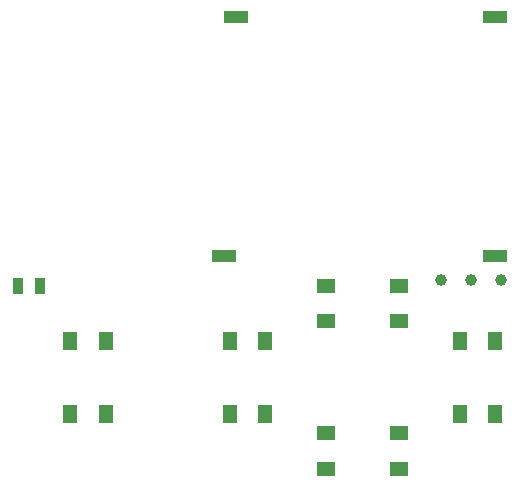
<source format=gbr>
%TF.GenerationSoftware,KiCad,Pcbnew,6.0.0*%
%TF.CreationDate,2022-06-11T19:07:52+02:00*%
%TF.ProjectId,cowdin-3c-esp-ui,636f7764-696e-42d3-9363-2d6573702d75,1*%
%TF.SameCoordinates,Original*%
%TF.FileFunction,Paste,Top*%
%TF.FilePolarity,Positive*%
%FSLAX46Y46*%
G04 Gerber Fmt 4.6, Leading zero omitted, Abs format (unit mm)*
G04 Created by KiCad (PCBNEW 6.0.0) date 2022-06-11 19:07:52*
%MOMM*%
%LPD*%
G01*
G04 APERTURE LIST*
%ADD10R,1.600000X1.300000*%
%ADD11R,2.000000X1.000000*%
%ADD12R,1.300000X1.600000*%
%ADD13C,1.000000*%
%ADD14R,0.889000X1.397000*%
G04 APERTURE END LIST*
D10*
%TO.C,SW4*%
X155150000Y-108500000D03*
X161350000Y-108500000D03*
X155150000Y-111500000D03*
X161350000Y-111500000D03*
%TD*%
D11*
%TO.C,SHLD4*%
X146500000Y-106000000D03*
%TD*%
D12*
%TO.C,SW3*%
X169500000Y-113150000D03*
X169500000Y-119350000D03*
X166500000Y-113150000D03*
X166500000Y-119350000D03*
%TD*%
D13*
%TO.C,TP2*%
X170000000Y-108000000D03*
%TD*%
D11*
%TO.C,SHLD2*%
X169500000Y-85750000D03*
%TD*%
D12*
%TO.C,SW1*%
X133500000Y-119350000D03*
X133500000Y-113150000D03*
X136500000Y-119350000D03*
X136500000Y-113150000D03*
%TD*%
D13*
%TO.C,TP1*%
X167450000Y-108000000D03*
%TD*%
D11*
%TO.C,SHLD1*%
X147500000Y-85750000D03*
%TD*%
D13*
%TO.C,TP3*%
X164900000Y-108000000D03*
%TD*%
D14*
%TO.C,D2*%
X129047500Y-108500000D03*
X130952500Y-108500000D03*
%TD*%
D11*
%TO.C,SHLD3*%
X169500000Y-106000000D03*
%TD*%
D12*
%TO.C,SW2*%
X147000000Y-113150000D03*
X147000000Y-119350000D03*
X150000000Y-119350000D03*
X150000000Y-113150000D03*
%TD*%
D10*
%TO.C,SW5*%
X161350000Y-121000000D03*
X155150000Y-121000000D03*
X161350000Y-124000000D03*
X155150000Y-124000000D03*
%TD*%
M02*

</source>
